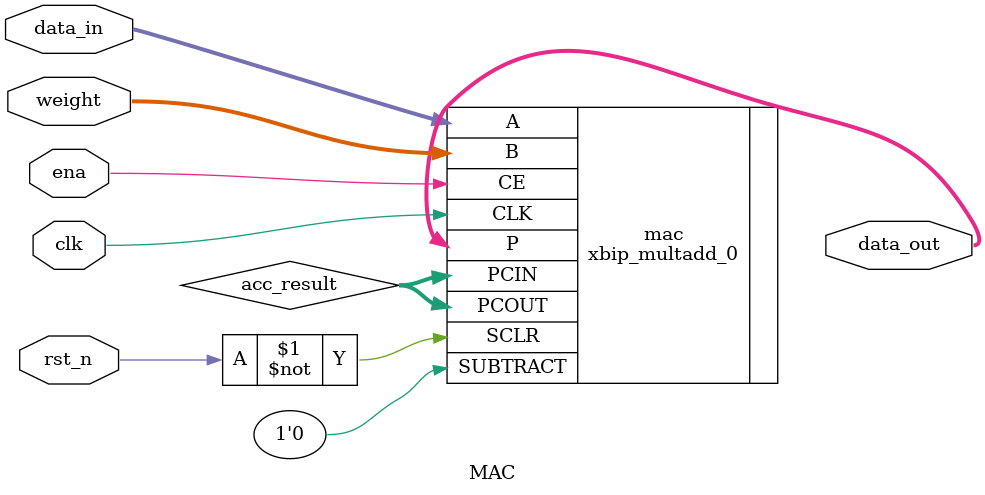
<source format=v>
`timescale 1ns / 1ps


module MAC
    #(parameter IN_BIT = 8,
      parameter WEIGHT_BIT = 8,
      parameter OUT_BIT = 20
      )
     (input clk,
      input rst_n,
      input ena,
      input signed [IN_BIT-1:0] data_in,
      input signed [WEIGHT_BIT-1:0] weight,
      output signed [OUT_BIT-1:0]data_out);
      
      wire [IN_BIT+WEIGHT_BIT-1:0] mul_result;
      wire [47:0]acc_result;

      xbip_multadd_0 mac(.A(data_in),.B(weight),.CLK(clk),.SCLR(~rst_n),.CE(ena),.SUBTRACT(1'b0),.P(data_out),.PCOUT(acc_result),.PCIN(acc_result)); 
    
    
endmodule

</source>
